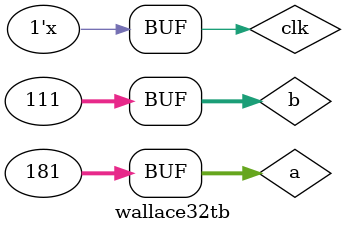
<source format=v>
module wallace32tb();
reg [31:0]a,b;
reg  clk;
wire [63:0]out;
wallace32 f1(out,a,b,clk);


/*initial
begin
$monitor("time=",$time," \t out=%d\t",out);
end*/


initial
begin
clk=0;
a=32'd41;
b=32'd21;
#10
a=32'd11;
b=32'd11;
#10
a=32'd13;
b=32'd71;
#10
a=32'd41;
b=32'd21;
#10
a=32'd81;
b=32'd91;
#10
a=32'd18;
b=32'd111;
#10
a=32'd400;
b=32'd500;
#10
a=32'd40;
b=32'd50;
#10
a=32'd21;
b=32'd30;
#10
a=32'd20;
b=32'd50;
#10
a=32'd21;
b=32'd20;
#10
a=32'd44;
b=32'd51;
#10
a=32'd21;
b=32'd50;
#10
a=32'd1881;
b=32'd1911;
#10
a=32'd153;
b=32'd761;
#10
a=32'd413;
b=32'd21;
#10
a=32'd818;
b=32'd915;
#10
a=32'd181;
b=32'd111;

end

 always begin
 #5 clk = ~clk; // Toggle clock every 5 ticks
 end
endmodule

</source>
